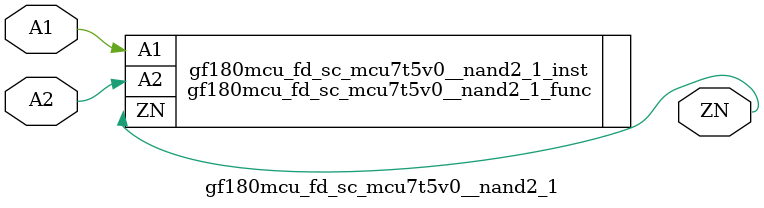
<source format=v>

module gf180mcu_fd_sc_mcu7t5v0__nand2_1( A2, A1, ZN );
input A1, A2;
output ZN;

   `ifdef FUNCTIONAL  //  functional //

	gf180mcu_fd_sc_mcu7t5v0__nand2_1_func gf180mcu_fd_sc_mcu7t5v0__nand2_1_behav_inst(.A2(A2),.A1(A1),.ZN(ZN));

   `else

	gf180mcu_fd_sc_mcu7t5v0__nand2_1_func gf180mcu_fd_sc_mcu7t5v0__nand2_1_inst(.A2(A2),.A1(A1),.ZN(ZN));

	// spec_gates_begin


	// spec_gates_end



   specify

	// specify_block_begin

	// comb arc A1 --> ZN
	 (A1 => ZN) = (1.0,1.0);

	// comb arc A2 --> ZN
	 (A2 => ZN) = (1.0,1.0);

	// specify_block_end

   endspecify

   `endif

endmodule

</source>
